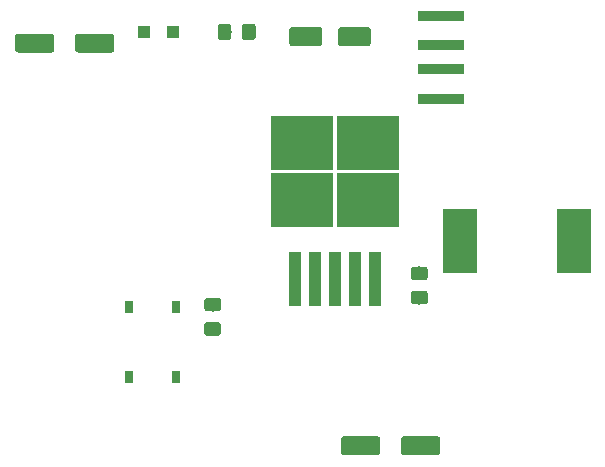
<source format=gbr>
G04 #@! TF.GenerationSoftware,KiCad,Pcbnew,(5.1.2-1)-1*
G04 #@! TF.CreationDate,2019-07-25T11:00:41+03:00*
G04 #@! TF.ProjectId,220_to_5v_charger,3232305f-746f-45f3-9576-5f6368617267,rev?*
G04 #@! TF.SameCoordinates,Original*
G04 #@! TF.FileFunction,Paste,Top*
G04 #@! TF.FilePolarity,Positive*
%FSLAX46Y46*%
G04 Gerber Fmt 4.6, Leading zero omitted, Abs format (unit mm)*
G04 Created by KiCad (PCBNEW (5.1.2-1)-1) date 2019-07-25 11:00:41*
%MOMM*%
%LPD*%
G04 APERTURE LIST*
%ADD10R,4.000000X0.900000*%
%ADD11C,0.100000*%
%ADD12C,1.150000*%
%ADD13C,1.600000*%
%ADD14R,0.700000X1.000000*%
%ADD15R,1.000000X1.000000*%
%ADD16R,2.900000X5.400000*%
%ADD17R,5.250000X4.550000*%
%ADD18R,1.100000X4.600000*%
G04 APERTURE END LIST*
D10*
X116300000Y-75650000D03*
X116300000Y-78150000D03*
X116300000Y-80150000D03*
X116300000Y-82650000D03*
D11*
G36*
X97474505Y-101576204D02*
G01*
X97498773Y-101579804D01*
X97522572Y-101585765D01*
X97545671Y-101594030D01*
X97567850Y-101604520D01*
X97588893Y-101617132D01*
X97608599Y-101631747D01*
X97626777Y-101648223D01*
X97643253Y-101666401D01*
X97657868Y-101686107D01*
X97670480Y-101707150D01*
X97680970Y-101729329D01*
X97689235Y-101752428D01*
X97695196Y-101776227D01*
X97698796Y-101800495D01*
X97700000Y-101824999D01*
X97700000Y-102475001D01*
X97698796Y-102499505D01*
X97695196Y-102523773D01*
X97689235Y-102547572D01*
X97680970Y-102570671D01*
X97670480Y-102592850D01*
X97657868Y-102613893D01*
X97643253Y-102633599D01*
X97626777Y-102651777D01*
X97608599Y-102668253D01*
X97588893Y-102682868D01*
X97567850Y-102695480D01*
X97545671Y-102705970D01*
X97522572Y-102714235D01*
X97498773Y-102720196D01*
X97474505Y-102723796D01*
X97450001Y-102725000D01*
X96549999Y-102725000D01*
X96525495Y-102723796D01*
X96501227Y-102720196D01*
X96477428Y-102714235D01*
X96454329Y-102705970D01*
X96432150Y-102695480D01*
X96411107Y-102682868D01*
X96391401Y-102668253D01*
X96373223Y-102651777D01*
X96356747Y-102633599D01*
X96342132Y-102613893D01*
X96329520Y-102592850D01*
X96319030Y-102570671D01*
X96310765Y-102547572D01*
X96304804Y-102523773D01*
X96301204Y-102499505D01*
X96300000Y-102475001D01*
X96300000Y-101824999D01*
X96301204Y-101800495D01*
X96304804Y-101776227D01*
X96310765Y-101752428D01*
X96319030Y-101729329D01*
X96329520Y-101707150D01*
X96342132Y-101686107D01*
X96356747Y-101666401D01*
X96373223Y-101648223D01*
X96391401Y-101631747D01*
X96411107Y-101617132D01*
X96432150Y-101604520D01*
X96454329Y-101594030D01*
X96477428Y-101585765D01*
X96501227Y-101579804D01*
X96525495Y-101576204D01*
X96549999Y-101575000D01*
X97450001Y-101575000D01*
X97474505Y-101576204D01*
X97474505Y-101576204D01*
G37*
D12*
X97000000Y-102150000D03*
D11*
G36*
X97474505Y-99526204D02*
G01*
X97498773Y-99529804D01*
X97522572Y-99535765D01*
X97545671Y-99544030D01*
X97567850Y-99554520D01*
X97588893Y-99567132D01*
X97608599Y-99581747D01*
X97626777Y-99598223D01*
X97643253Y-99616401D01*
X97657868Y-99636107D01*
X97670480Y-99657150D01*
X97680970Y-99679329D01*
X97689235Y-99702428D01*
X97695196Y-99726227D01*
X97698796Y-99750495D01*
X97700000Y-99774999D01*
X97700000Y-100425001D01*
X97698796Y-100449505D01*
X97695196Y-100473773D01*
X97689235Y-100497572D01*
X97680970Y-100520671D01*
X97670480Y-100542850D01*
X97657868Y-100563893D01*
X97643253Y-100583599D01*
X97626777Y-100601777D01*
X97608599Y-100618253D01*
X97588893Y-100632868D01*
X97567850Y-100645480D01*
X97545671Y-100655970D01*
X97522572Y-100664235D01*
X97498773Y-100670196D01*
X97474505Y-100673796D01*
X97450001Y-100675000D01*
X96549999Y-100675000D01*
X96525495Y-100673796D01*
X96501227Y-100670196D01*
X96477428Y-100664235D01*
X96454329Y-100655970D01*
X96432150Y-100645480D01*
X96411107Y-100632868D01*
X96391401Y-100618253D01*
X96373223Y-100601777D01*
X96356747Y-100583599D01*
X96342132Y-100563893D01*
X96329520Y-100542850D01*
X96319030Y-100520671D01*
X96310765Y-100497572D01*
X96304804Y-100473773D01*
X96301204Y-100449505D01*
X96300000Y-100425001D01*
X96300000Y-99774999D01*
X96301204Y-99750495D01*
X96304804Y-99726227D01*
X96310765Y-99702428D01*
X96319030Y-99679329D01*
X96329520Y-99657150D01*
X96342132Y-99636107D01*
X96356747Y-99616401D01*
X96373223Y-99598223D01*
X96391401Y-99581747D01*
X96411107Y-99567132D01*
X96432150Y-99554520D01*
X96454329Y-99544030D01*
X96477428Y-99535765D01*
X96501227Y-99529804D01*
X96525495Y-99526204D01*
X96549999Y-99525000D01*
X97450001Y-99525000D01*
X97474505Y-99526204D01*
X97474505Y-99526204D01*
G37*
D12*
X97000000Y-100100000D03*
D11*
G36*
X116037004Y-111251204D02*
G01*
X116061273Y-111254804D01*
X116085071Y-111260765D01*
X116108171Y-111269030D01*
X116130349Y-111279520D01*
X116151393Y-111292133D01*
X116171098Y-111306747D01*
X116189277Y-111323223D01*
X116205753Y-111341402D01*
X116220367Y-111361107D01*
X116232980Y-111382151D01*
X116243470Y-111404329D01*
X116251735Y-111427429D01*
X116257696Y-111451227D01*
X116261296Y-111475496D01*
X116262500Y-111500000D01*
X116262500Y-112600000D01*
X116261296Y-112624504D01*
X116257696Y-112648773D01*
X116251735Y-112672571D01*
X116243470Y-112695671D01*
X116232980Y-112717849D01*
X116220367Y-112738893D01*
X116205753Y-112758598D01*
X116189277Y-112776777D01*
X116171098Y-112793253D01*
X116151393Y-112807867D01*
X116130349Y-112820480D01*
X116108171Y-112830970D01*
X116085071Y-112839235D01*
X116061273Y-112845196D01*
X116037004Y-112848796D01*
X116012500Y-112850000D01*
X113187500Y-112850000D01*
X113162996Y-112848796D01*
X113138727Y-112845196D01*
X113114929Y-112839235D01*
X113091829Y-112830970D01*
X113069651Y-112820480D01*
X113048607Y-112807867D01*
X113028902Y-112793253D01*
X113010723Y-112776777D01*
X112994247Y-112758598D01*
X112979633Y-112738893D01*
X112967020Y-112717849D01*
X112956530Y-112695671D01*
X112948265Y-112672571D01*
X112942304Y-112648773D01*
X112938704Y-112624504D01*
X112937500Y-112600000D01*
X112937500Y-111500000D01*
X112938704Y-111475496D01*
X112942304Y-111451227D01*
X112948265Y-111427429D01*
X112956530Y-111404329D01*
X112967020Y-111382151D01*
X112979633Y-111361107D01*
X112994247Y-111341402D01*
X113010723Y-111323223D01*
X113028902Y-111306747D01*
X113048607Y-111292133D01*
X113069651Y-111279520D01*
X113091829Y-111269030D01*
X113114929Y-111260765D01*
X113138727Y-111254804D01*
X113162996Y-111251204D01*
X113187500Y-111250000D01*
X116012500Y-111250000D01*
X116037004Y-111251204D01*
X116037004Y-111251204D01*
G37*
D13*
X114600000Y-112050000D03*
D11*
G36*
X110962004Y-111251204D02*
G01*
X110986273Y-111254804D01*
X111010071Y-111260765D01*
X111033171Y-111269030D01*
X111055349Y-111279520D01*
X111076393Y-111292133D01*
X111096098Y-111306747D01*
X111114277Y-111323223D01*
X111130753Y-111341402D01*
X111145367Y-111361107D01*
X111157980Y-111382151D01*
X111168470Y-111404329D01*
X111176735Y-111427429D01*
X111182696Y-111451227D01*
X111186296Y-111475496D01*
X111187500Y-111500000D01*
X111187500Y-112600000D01*
X111186296Y-112624504D01*
X111182696Y-112648773D01*
X111176735Y-112672571D01*
X111168470Y-112695671D01*
X111157980Y-112717849D01*
X111145367Y-112738893D01*
X111130753Y-112758598D01*
X111114277Y-112776777D01*
X111096098Y-112793253D01*
X111076393Y-112807867D01*
X111055349Y-112820480D01*
X111033171Y-112830970D01*
X111010071Y-112839235D01*
X110986273Y-112845196D01*
X110962004Y-112848796D01*
X110937500Y-112850000D01*
X108112500Y-112850000D01*
X108087996Y-112848796D01*
X108063727Y-112845196D01*
X108039929Y-112839235D01*
X108016829Y-112830970D01*
X107994651Y-112820480D01*
X107973607Y-112807867D01*
X107953902Y-112793253D01*
X107935723Y-112776777D01*
X107919247Y-112758598D01*
X107904633Y-112738893D01*
X107892020Y-112717849D01*
X107881530Y-112695671D01*
X107873265Y-112672571D01*
X107867304Y-112648773D01*
X107863704Y-112624504D01*
X107862500Y-112600000D01*
X107862500Y-111500000D01*
X107863704Y-111475496D01*
X107867304Y-111451227D01*
X107873265Y-111427429D01*
X107881530Y-111404329D01*
X107892020Y-111382151D01*
X107904633Y-111361107D01*
X107919247Y-111341402D01*
X107935723Y-111323223D01*
X107953902Y-111306747D01*
X107973607Y-111292133D01*
X107994651Y-111279520D01*
X108016829Y-111269030D01*
X108039929Y-111260765D01*
X108063727Y-111254804D01*
X108087996Y-111251204D01*
X108112500Y-111250000D01*
X110937500Y-111250000D01*
X110962004Y-111251204D01*
X110962004Y-111251204D01*
G37*
D13*
X109525000Y-112050000D03*
D11*
G36*
X100399505Y-76301204D02*
G01*
X100423773Y-76304804D01*
X100447572Y-76310765D01*
X100470671Y-76319030D01*
X100492850Y-76329520D01*
X100513893Y-76342132D01*
X100533599Y-76356747D01*
X100551777Y-76373223D01*
X100568253Y-76391401D01*
X100582868Y-76411107D01*
X100595480Y-76432150D01*
X100605970Y-76454329D01*
X100614235Y-76477428D01*
X100620196Y-76501227D01*
X100623796Y-76525495D01*
X100625000Y-76549999D01*
X100625000Y-77450001D01*
X100623796Y-77474505D01*
X100620196Y-77498773D01*
X100614235Y-77522572D01*
X100605970Y-77545671D01*
X100595480Y-77567850D01*
X100582868Y-77588893D01*
X100568253Y-77608599D01*
X100551777Y-77626777D01*
X100533599Y-77643253D01*
X100513893Y-77657868D01*
X100492850Y-77670480D01*
X100470671Y-77680970D01*
X100447572Y-77689235D01*
X100423773Y-77695196D01*
X100399505Y-77698796D01*
X100375001Y-77700000D01*
X99724999Y-77700000D01*
X99700495Y-77698796D01*
X99676227Y-77695196D01*
X99652428Y-77689235D01*
X99629329Y-77680970D01*
X99607150Y-77670480D01*
X99586107Y-77657868D01*
X99566401Y-77643253D01*
X99548223Y-77626777D01*
X99531747Y-77608599D01*
X99517132Y-77588893D01*
X99504520Y-77567850D01*
X99494030Y-77545671D01*
X99485765Y-77522572D01*
X99479804Y-77498773D01*
X99476204Y-77474505D01*
X99475000Y-77450001D01*
X99475000Y-76549999D01*
X99476204Y-76525495D01*
X99479804Y-76501227D01*
X99485765Y-76477428D01*
X99494030Y-76454329D01*
X99504520Y-76432150D01*
X99517132Y-76411107D01*
X99531747Y-76391401D01*
X99548223Y-76373223D01*
X99566401Y-76356747D01*
X99586107Y-76342132D01*
X99607150Y-76329520D01*
X99629329Y-76319030D01*
X99652428Y-76310765D01*
X99676227Y-76304804D01*
X99700495Y-76301204D01*
X99724999Y-76300000D01*
X100375001Y-76300000D01*
X100399505Y-76301204D01*
X100399505Y-76301204D01*
G37*
D12*
X100050000Y-77000000D03*
D11*
G36*
X98349505Y-76301204D02*
G01*
X98373773Y-76304804D01*
X98397572Y-76310765D01*
X98420671Y-76319030D01*
X98442850Y-76329520D01*
X98463893Y-76342132D01*
X98483599Y-76356747D01*
X98501777Y-76373223D01*
X98518253Y-76391401D01*
X98532868Y-76411107D01*
X98545480Y-76432150D01*
X98555970Y-76454329D01*
X98564235Y-76477428D01*
X98570196Y-76501227D01*
X98573796Y-76525495D01*
X98575000Y-76549999D01*
X98575000Y-77450001D01*
X98573796Y-77474505D01*
X98570196Y-77498773D01*
X98564235Y-77522572D01*
X98555970Y-77545671D01*
X98545480Y-77567850D01*
X98532868Y-77588893D01*
X98518253Y-77608599D01*
X98501777Y-77626777D01*
X98483599Y-77643253D01*
X98463893Y-77657868D01*
X98442850Y-77670480D01*
X98420671Y-77680970D01*
X98397572Y-77689235D01*
X98373773Y-77695196D01*
X98349505Y-77698796D01*
X98325001Y-77700000D01*
X97674999Y-77700000D01*
X97650495Y-77698796D01*
X97626227Y-77695196D01*
X97602428Y-77689235D01*
X97579329Y-77680970D01*
X97557150Y-77670480D01*
X97536107Y-77657868D01*
X97516401Y-77643253D01*
X97498223Y-77626777D01*
X97481747Y-77608599D01*
X97467132Y-77588893D01*
X97454520Y-77567850D01*
X97444030Y-77545671D01*
X97435765Y-77522572D01*
X97429804Y-77498773D01*
X97426204Y-77474505D01*
X97425000Y-77450001D01*
X97425000Y-76549999D01*
X97426204Y-76525495D01*
X97429804Y-76501227D01*
X97435765Y-76477428D01*
X97444030Y-76454329D01*
X97454520Y-76432150D01*
X97467132Y-76411107D01*
X97481747Y-76391401D01*
X97498223Y-76373223D01*
X97516401Y-76356747D01*
X97536107Y-76342132D01*
X97557150Y-76329520D01*
X97579329Y-76319030D01*
X97602428Y-76310765D01*
X97626227Y-76304804D01*
X97650495Y-76301204D01*
X97674999Y-76300000D01*
X98325001Y-76300000D01*
X98349505Y-76301204D01*
X98349505Y-76301204D01*
G37*
D12*
X98000000Y-77000000D03*
D11*
G36*
X114974505Y-96876204D02*
G01*
X114998773Y-96879804D01*
X115022572Y-96885765D01*
X115045671Y-96894030D01*
X115067850Y-96904520D01*
X115088893Y-96917132D01*
X115108599Y-96931747D01*
X115126777Y-96948223D01*
X115143253Y-96966401D01*
X115157868Y-96986107D01*
X115170480Y-97007150D01*
X115180970Y-97029329D01*
X115189235Y-97052428D01*
X115195196Y-97076227D01*
X115198796Y-97100495D01*
X115200000Y-97124999D01*
X115200000Y-97775001D01*
X115198796Y-97799505D01*
X115195196Y-97823773D01*
X115189235Y-97847572D01*
X115180970Y-97870671D01*
X115170480Y-97892850D01*
X115157868Y-97913893D01*
X115143253Y-97933599D01*
X115126777Y-97951777D01*
X115108599Y-97968253D01*
X115088893Y-97982868D01*
X115067850Y-97995480D01*
X115045671Y-98005970D01*
X115022572Y-98014235D01*
X114998773Y-98020196D01*
X114974505Y-98023796D01*
X114950001Y-98025000D01*
X114049999Y-98025000D01*
X114025495Y-98023796D01*
X114001227Y-98020196D01*
X113977428Y-98014235D01*
X113954329Y-98005970D01*
X113932150Y-97995480D01*
X113911107Y-97982868D01*
X113891401Y-97968253D01*
X113873223Y-97951777D01*
X113856747Y-97933599D01*
X113842132Y-97913893D01*
X113829520Y-97892850D01*
X113819030Y-97870671D01*
X113810765Y-97847572D01*
X113804804Y-97823773D01*
X113801204Y-97799505D01*
X113800000Y-97775001D01*
X113800000Y-97124999D01*
X113801204Y-97100495D01*
X113804804Y-97076227D01*
X113810765Y-97052428D01*
X113819030Y-97029329D01*
X113829520Y-97007150D01*
X113842132Y-96986107D01*
X113856747Y-96966401D01*
X113873223Y-96948223D01*
X113891401Y-96931747D01*
X113911107Y-96917132D01*
X113932150Y-96904520D01*
X113954329Y-96894030D01*
X113977428Y-96885765D01*
X114001227Y-96879804D01*
X114025495Y-96876204D01*
X114049999Y-96875000D01*
X114950001Y-96875000D01*
X114974505Y-96876204D01*
X114974505Y-96876204D01*
G37*
D12*
X114500000Y-97450000D03*
D11*
G36*
X114974505Y-98926204D02*
G01*
X114998773Y-98929804D01*
X115022572Y-98935765D01*
X115045671Y-98944030D01*
X115067850Y-98954520D01*
X115088893Y-98967132D01*
X115108599Y-98981747D01*
X115126777Y-98998223D01*
X115143253Y-99016401D01*
X115157868Y-99036107D01*
X115170480Y-99057150D01*
X115180970Y-99079329D01*
X115189235Y-99102428D01*
X115195196Y-99126227D01*
X115198796Y-99150495D01*
X115200000Y-99174999D01*
X115200000Y-99825001D01*
X115198796Y-99849505D01*
X115195196Y-99873773D01*
X115189235Y-99897572D01*
X115180970Y-99920671D01*
X115170480Y-99942850D01*
X115157868Y-99963893D01*
X115143253Y-99983599D01*
X115126777Y-100001777D01*
X115108599Y-100018253D01*
X115088893Y-100032868D01*
X115067850Y-100045480D01*
X115045671Y-100055970D01*
X115022572Y-100064235D01*
X114998773Y-100070196D01*
X114974505Y-100073796D01*
X114950001Y-100075000D01*
X114049999Y-100075000D01*
X114025495Y-100073796D01*
X114001227Y-100070196D01*
X113977428Y-100064235D01*
X113954329Y-100055970D01*
X113932150Y-100045480D01*
X113911107Y-100032868D01*
X113891401Y-100018253D01*
X113873223Y-100001777D01*
X113856747Y-99983599D01*
X113842132Y-99963893D01*
X113829520Y-99942850D01*
X113819030Y-99920671D01*
X113810765Y-99897572D01*
X113804804Y-99873773D01*
X113801204Y-99849505D01*
X113800000Y-99825001D01*
X113800000Y-99174999D01*
X113801204Y-99150495D01*
X113804804Y-99126227D01*
X113810765Y-99102428D01*
X113819030Y-99079329D01*
X113829520Y-99057150D01*
X113842132Y-99036107D01*
X113856747Y-99016401D01*
X113873223Y-98998223D01*
X113891401Y-98981747D01*
X113911107Y-98967132D01*
X113932150Y-98954520D01*
X113954329Y-98944030D01*
X113977428Y-98935765D01*
X114001227Y-98929804D01*
X114025495Y-98926204D01*
X114049999Y-98925000D01*
X114950001Y-98925000D01*
X114974505Y-98926204D01*
X114974505Y-98926204D01*
G37*
D12*
X114500000Y-99500000D03*
D11*
G36*
X110162004Y-76601204D02*
G01*
X110186273Y-76604804D01*
X110210071Y-76610765D01*
X110233171Y-76619030D01*
X110255349Y-76629520D01*
X110276393Y-76642133D01*
X110296098Y-76656747D01*
X110314277Y-76673223D01*
X110330753Y-76691402D01*
X110345367Y-76711107D01*
X110357980Y-76732151D01*
X110368470Y-76754329D01*
X110376735Y-76777429D01*
X110382696Y-76801227D01*
X110386296Y-76825496D01*
X110387500Y-76850000D01*
X110387500Y-77950000D01*
X110386296Y-77974504D01*
X110382696Y-77998773D01*
X110376735Y-78022571D01*
X110368470Y-78045671D01*
X110357980Y-78067849D01*
X110345367Y-78088893D01*
X110330753Y-78108598D01*
X110314277Y-78126777D01*
X110296098Y-78143253D01*
X110276393Y-78157867D01*
X110255349Y-78170480D01*
X110233171Y-78180970D01*
X110210071Y-78189235D01*
X110186273Y-78195196D01*
X110162004Y-78198796D01*
X110137500Y-78200000D01*
X107862500Y-78200000D01*
X107837996Y-78198796D01*
X107813727Y-78195196D01*
X107789929Y-78189235D01*
X107766829Y-78180970D01*
X107744651Y-78170480D01*
X107723607Y-78157867D01*
X107703902Y-78143253D01*
X107685723Y-78126777D01*
X107669247Y-78108598D01*
X107654633Y-78088893D01*
X107642020Y-78067849D01*
X107631530Y-78045671D01*
X107623265Y-78022571D01*
X107617304Y-77998773D01*
X107613704Y-77974504D01*
X107612500Y-77950000D01*
X107612500Y-76850000D01*
X107613704Y-76825496D01*
X107617304Y-76801227D01*
X107623265Y-76777429D01*
X107631530Y-76754329D01*
X107642020Y-76732151D01*
X107654633Y-76711107D01*
X107669247Y-76691402D01*
X107685723Y-76673223D01*
X107703902Y-76656747D01*
X107723607Y-76642133D01*
X107744651Y-76629520D01*
X107766829Y-76619030D01*
X107789929Y-76610765D01*
X107813727Y-76604804D01*
X107837996Y-76601204D01*
X107862500Y-76600000D01*
X110137500Y-76600000D01*
X110162004Y-76601204D01*
X110162004Y-76601204D01*
G37*
D13*
X109000000Y-77400000D03*
D11*
G36*
X106037004Y-76601204D02*
G01*
X106061273Y-76604804D01*
X106085071Y-76610765D01*
X106108171Y-76619030D01*
X106130349Y-76629520D01*
X106151393Y-76642133D01*
X106171098Y-76656747D01*
X106189277Y-76673223D01*
X106205753Y-76691402D01*
X106220367Y-76711107D01*
X106232980Y-76732151D01*
X106243470Y-76754329D01*
X106251735Y-76777429D01*
X106257696Y-76801227D01*
X106261296Y-76825496D01*
X106262500Y-76850000D01*
X106262500Y-77950000D01*
X106261296Y-77974504D01*
X106257696Y-77998773D01*
X106251735Y-78022571D01*
X106243470Y-78045671D01*
X106232980Y-78067849D01*
X106220367Y-78088893D01*
X106205753Y-78108598D01*
X106189277Y-78126777D01*
X106171098Y-78143253D01*
X106151393Y-78157867D01*
X106130349Y-78170480D01*
X106108171Y-78180970D01*
X106085071Y-78189235D01*
X106061273Y-78195196D01*
X106037004Y-78198796D01*
X106012500Y-78200000D01*
X103737500Y-78200000D01*
X103712996Y-78198796D01*
X103688727Y-78195196D01*
X103664929Y-78189235D01*
X103641829Y-78180970D01*
X103619651Y-78170480D01*
X103598607Y-78157867D01*
X103578902Y-78143253D01*
X103560723Y-78126777D01*
X103544247Y-78108598D01*
X103529633Y-78088893D01*
X103517020Y-78067849D01*
X103506530Y-78045671D01*
X103498265Y-78022571D01*
X103492304Y-77998773D01*
X103488704Y-77974504D01*
X103487500Y-77950000D01*
X103487500Y-76850000D01*
X103488704Y-76825496D01*
X103492304Y-76801227D01*
X103498265Y-76777429D01*
X103506530Y-76754329D01*
X103517020Y-76732151D01*
X103529633Y-76711107D01*
X103544247Y-76691402D01*
X103560723Y-76673223D01*
X103578902Y-76656747D01*
X103598607Y-76642133D01*
X103619651Y-76629520D01*
X103641829Y-76619030D01*
X103664929Y-76610765D01*
X103688727Y-76604804D01*
X103712996Y-76601204D01*
X103737500Y-76600000D01*
X106012500Y-76600000D01*
X106037004Y-76601204D01*
X106037004Y-76601204D01*
G37*
D13*
X104875000Y-77400000D03*
D11*
G36*
X88437004Y-77151204D02*
G01*
X88461273Y-77154804D01*
X88485071Y-77160765D01*
X88508171Y-77169030D01*
X88530349Y-77179520D01*
X88551393Y-77192133D01*
X88571098Y-77206747D01*
X88589277Y-77223223D01*
X88605753Y-77241402D01*
X88620367Y-77261107D01*
X88632980Y-77282151D01*
X88643470Y-77304329D01*
X88651735Y-77327429D01*
X88657696Y-77351227D01*
X88661296Y-77375496D01*
X88662500Y-77400000D01*
X88662500Y-78500000D01*
X88661296Y-78524504D01*
X88657696Y-78548773D01*
X88651735Y-78572571D01*
X88643470Y-78595671D01*
X88632980Y-78617849D01*
X88620367Y-78638893D01*
X88605753Y-78658598D01*
X88589277Y-78676777D01*
X88571098Y-78693253D01*
X88551393Y-78707867D01*
X88530349Y-78720480D01*
X88508171Y-78730970D01*
X88485071Y-78739235D01*
X88461273Y-78745196D01*
X88437004Y-78748796D01*
X88412500Y-78750000D01*
X85587500Y-78750000D01*
X85562996Y-78748796D01*
X85538727Y-78745196D01*
X85514929Y-78739235D01*
X85491829Y-78730970D01*
X85469651Y-78720480D01*
X85448607Y-78707867D01*
X85428902Y-78693253D01*
X85410723Y-78676777D01*
X85394247Y-78658598D01*
X85379633Y-78638893D01*
X85367020Y-78617849D01*
X85356530Y-78595671D01*
X85348265Y-78572571D01*
X85342304Y-78548773D01*
X85338704Y-78524504D01*
X85337500Y-78500000D01*
X85337500Y-77400000D01*
X85338704Y-77375496D01*
X85342304Y-77351227D01*
X85348265Y-77327429D01*
X85356530Y-77304329D01*
X85367020Y-77282151D01*
X85379633Y-77261107D01*
X85394247Y-77241402D01*
X85410723Y-77223223D01*
X85428902Y-77206747D01*
X85448607Y-77192133D01*
X85469651Y-77179520D01*
X85491829Y-77169030D01*
X85514929Y-77160765D01*
X85538727Y-77154804D01*
X85562996Y-77151204D01*
X85587500Y-77150000D01*
X88412500Y-77150000D01*
X88437004Y-77151204D01*
X88437004Y-77151204D01*
G37*
D13*
X87000000Y-77950000D03*
D11*
G36*
X83362004Y-77151204D02*
G01*
X83386273Y-77154804D01*
X83410071Y-77160765D01*
X83433171Y-77169030D01*
X83455349Y-77179520D01*
X83476393Y-77192133D01*
X83496098Y-77206747D01*
X83514277Y-77223223D01*
X83530753Y-77241402D01*
X83545367Y-77261107D01*
X83557980Y-77282151D01*
X83568470Y-77304329D01*
X83576735Y-77327429D01*
X83582696Y-77351227D01*
X83586296Y-77375496D01*
X83587500Y-77400000D01*
X83587500Y-78500000D01*
X83586296Y-78524504D01*
X83582696Y-78548773D01*
X83576735Y-78572571D01*
X83568470Y-78595671D01*
X83557980Y-78617849D01*
X83545367Y-78638893D01*
X83530753Y-78658598D01*
X83514277Y-78676777D01*
X83496098Y-78693253D01*
X83476393Y-78707867D01*
X83455349Y-78720480D01*
X83433171Y-78730970D01*
X83410071Y-78739235D01*
X83386273Y-78745196D01*
X83362004Y-78748796D01*
X83337500Y-78750000D01*
X80512500Y-78750000D01*
X80487996Y-78748796D01*
X80463727Y-78745196D01*
X80439929Y-78739235D01*
X80416829Y-78730970D01*
X80394651Y-78720480D01*
X80373607Y-78707867D01*
X80353902Y-78693253D01*
X80335723Y-78676777D01*
X80319247Y-78658598D01*
X80304633Y-78638893D01*
X80292020Y-78617849D01*
X80281530Y-78595671D01*
X80273265Y-78572571D01*
X80267304Y-78548773D01*
X80263704Y-78524504D01*
X80262500Y-78500000D01*
X80262500Y-77400000D01*
X80263704Y-77375496D01*
X80267304Y-77351227D01*
X80273265Y-77327429D01*
X80281530Y-77304329D01*
X80292020Y-77282151D01*
X80304633Y-77261107D01*
X80319247Y-77241402D01*
X80335723Y-77223223D01*
X80353902Y-77206747D01*
X80373607Y-77192133D01*
X80394651Y-77179520D01*
X80416829Y-77169030D01*
X80439929Y-77160765D01*
X80463727Y-77154804D01*
X80487996Y-77151204D01*
X80512500Y-77150000D01*
X83337500Y-77150000D01*
X83362004Y-77151204D01*
X83362004Y-77151204D01*
G37*
D13*
X81925000Y-77950000D03*
D14*
X93900000Y-106225000D03*
X89900000Y-106225000D03*
X89900000Y-100275000D03*
X93900000Y-100275000D03*
D15*
X91150000Y-77000000D03*
X93650000Y-77000000D03*
D16*
X117900000Y-94750000D03*
X127600000Y-94750000D03*
D17*
X110125000Y-91225000D03*
X104575000Y-86375000D03*
X104575000Y-91225000D03*
X110125000Y-86375000D03*
D18*
X110750000Y-97950000D03*
X109050000Y-97950000D03*
X107350000Y-97950000D03*
X105650000Y-97950000D03*
X103950000Y-97950000D03*
M02*

</source>
